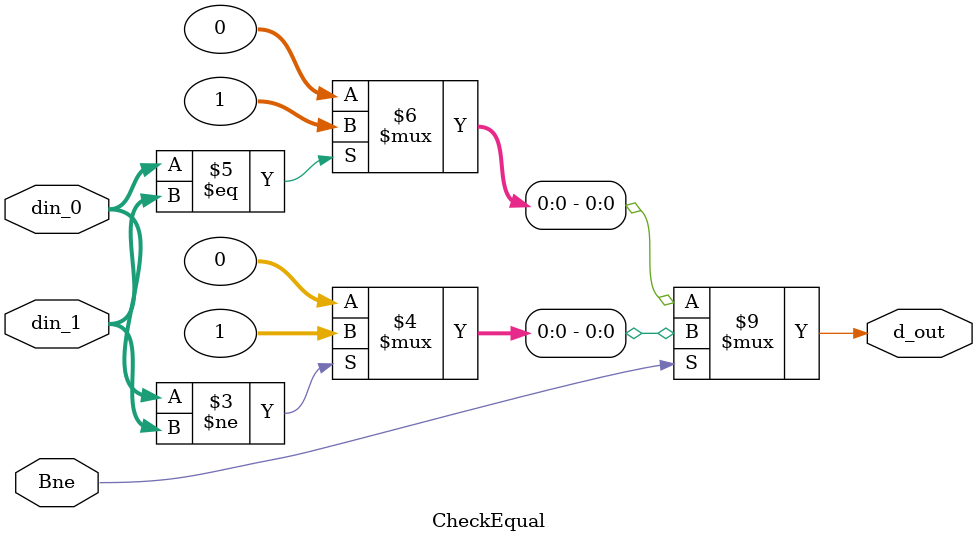
<source format=v>
`timescale 100fs/100fs


// This module is used to check wether two data are equal
module CheckEqual( input  [31:0] din_0
                 , input  [31:0] din_1
                 , input  Bne
                 , output  reg d_out
                 );

    initial begin
        d_out <= 1'b0;
    end

    always @(din_0 or din_1 or Bne) begin
        if (Bne==1'b1) begin
            d_out <= (din_0!=din_1) ? 1:0;
        end
        else d_out <= (din_0==din_1) ? 1:0;
    end
    
endmodule
</source>
